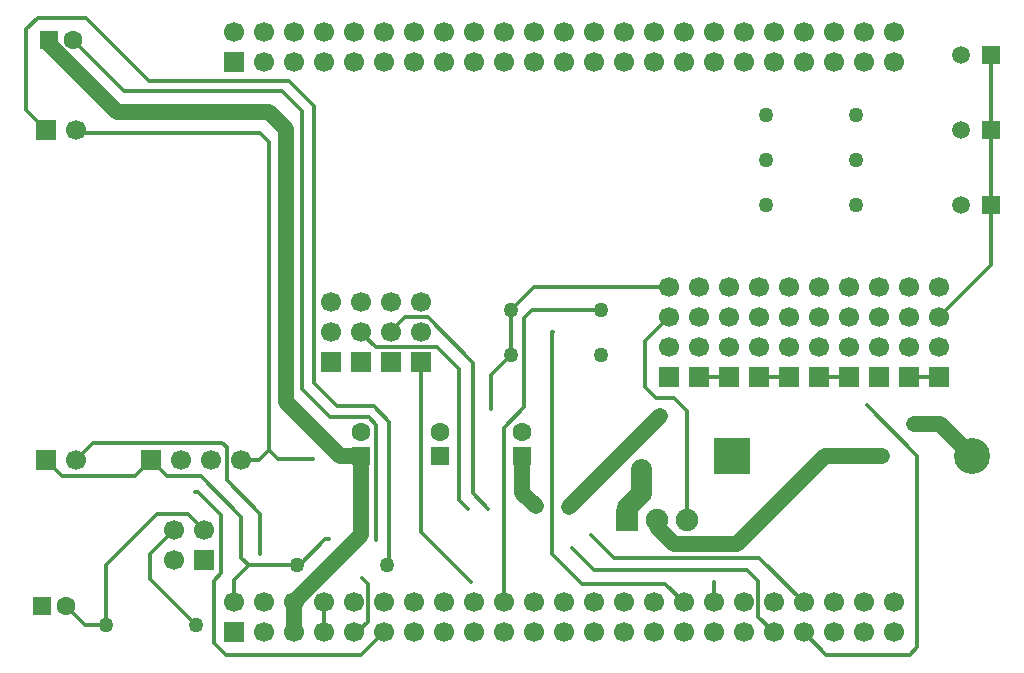
<source format=gbr>
G04 DipTrace 3.3.1.3*
G04 Bottom.gbr*
%MOMM*%
G04 #@! TF.FileFunction,Copper,L2,Bot*
G04 #@! TF.Part,Single*
G04 #@! TA.AperFunction,Conductor*
%ADD14C,0.33*%
%ADD15C,1.8*%
%ADD17C,1.37*%
G04 #@! TA.AperFunction,ComponentPad*
%ADD23C,1.27*%
%ADD24C,1.27*%
%ADD25R,1.6X1.6*%
%ADD26C,1.6*%
%ADD27C,3.048*%
%ADD28R,3.048X3.048*%
%ADD29C,1.5*%
%ADD30R,1.5X1.5*%
%ADD31R,1.7X1.7*%
%ADD32C,1.7*%
%ADD33R,1.9X1.9*%
%ADD34C,1.9*%
%FSLAX35Y35*%
G04*
G71*
G90*
G75*
G01*
G04 Bottom*
%LPD*%
X8329200Y3239550D2*
D14*
X8757000Y2811750D1*
Y1191700D1*
X8691000Y1125700D1*
X7986300D1*
X7794500Y1317500D1*
X4302000Y3857500D2*
Y3864840D1*
X4422810Y3985650D1*
X4610843D1*
X4995060Y3601433D1*
Y2493833D1*
X5123883Y2365010D1*
X5992743Y2143143D2*
X6185517Y1950370D1*
X7415630D1*
X7794500Y1571500D1*
X4048000Y3857500D2*
Y3854507D1*
X4170703Y3731803D1*
X4693437D1*
X4875097Y3550143D1*
Y2442160D1*
X4951717Y2365540D1*
X5833390Y2030980D2*
X6019850Y1844520D1*
X7315833D1*
X7411837Y1748517D1*
Y1446163D1*
X7540500Y1317500D1*
X6810250Y2270000D2*
Y3189087D1*
X6699542Y3299795D1*
X6545832D1*
X6451000Y3394626D1*
Y3784000D1*
X6651500Y3984500D1*
X4177510Y2102300D2*
Y3073250D1*
X4111510Y3139250D1*
X3787750D1*
X3548237Y3378763D1*
Y5730598D1*
X3377762Y5901074D1*
X2040926D1*
X1608000Y6334000D1*
X1381000Y2778000D2*
X1515500Y2643500D1*
X2135500D1*
X2270000Y2778000D1*
X9382000Y6207000D2*
Y5572000D1*
X2270000Y2778000D2*
X2404500Y2643500D1*
X2688547D1*
X3034500Y2297547D1*
Y1949190D1*
X3094690Y1889000D1*
X3508250D1*
X3529107D1*
X3744657Y2104550D1*
X3778190D1*
X3094690Y1889000D2*
X2968500Y1762810D1*
Y1571500D1*
X9382000Y4937000D2*
Y4429000D1*
X8937500Y3984500D1*
X9382000Y5572000D2*
Y4937000D1*
X4556000Y3603500D2*
Y2164360D1*
X4980060Y1740300D1*
X7032500D2*
Y1571500D1*
X6080000Y4048000D2*
X5497000D1*
X5431000Y3982000D1*
Y3227500D1*
X5254500Y3051000D1*
Y1571500D1*
X7667500Y3476500D2*
X7413500D1*
X7159500D2*
X6905500D1*
X8683500D2*
Y3480467D1*
X8937500D1*
Y3476500D1*
X8175500D2*
X7921500D1*
X3643767Y2781723D2*
X3346977D1*
X3266570Y2862130D1*
Y5468765D1*
X3189771Y5545564D1*
X1635000D1*
Y5572000D1*
X6651500Y4238500D2*
X5508500D1*
X5318000Y4048000D1*
X3730500Y1571500D2*
Y1317500D1*
X3032000Y2778000D2*
X3182440D1*
X3266570Y2862130D1*
X5318000Y3667000D2*
X5150133Y3499133D1*
Y3204393D1*
X5318000Y4048000D2*
Y3667000D1*
X3984500Y1317500D2*
X4016950D1*
X4105643Y1406193D1*
Y1723880D1*
X4055077Y1774447D1*
X3191777Y1981543D2*
Y2322850D1*
X2909300Y2605327D1*
Y2886020D1*
X2873873Y2921447D1*
X1778447D1*
X1635000Y2778000D1*
X4270250Y1889000D2*
X4285800Y1904550D1*
Y3098490D1*
X4154173Y3230117D1*
X3841970D1*
X3646170Y3425917D1*
Y5774124D1*
X3435544Y5984750D1*
X2253113D1*
X1715620Y6522243D1*
X1312480D1*
X1213383Y6423147D1*
Y5739617D1*
X1381000Y5572000D1*
X2639370Y2508197D2*
X2664570D1*
X2864937Y2307830D1*
Y1819653D1*
X2800297Y1755013D1*
Y1225403D1*
X2900000Y1125700D1*
X4046700D1*
X4238500Y1317500D1*
X1549250Y1539750D2*
X1708000Y1381000D1*
X1889000D1*
Y1883807D1*
X2320793Y2315600D1*
X2580000D1*
X2714500Y2181100D1*
X2460500D2*
X2260000Y1980600D1*
Y1772000D1*
X2651000Y1381000D1*
X6419653Y2702423D2*
D15*
Y2497643D1*
X6302250Y2380240D1*
Y2270000D1*
X6556250D2*
D17*
Y2205853D1*
X6693917Y2068187D1*
X7228047D1*
X7974740Y2814880D1*
X8457093D1*
X8726950Y3084737D2*
X8948263D1*
X9223250Y2809750D1*
X3476500Y1317500D2*
Y1571500D1*
X4048000Y2809750D2*
X3868403D1*
X3409350Y3268803D1*
Y5581850D1*
X3268109Y5723091D1*
X1983256D1*
X1408000Y6298347D1*
Y6334000D1*
X3476500Y1571500D2*
X4048000Y2143000D1*
Y2809750D1*
X5413250D2*
Y2501190D1*
X5525957Y2388483D1*
X5804783Y2377583D2*
X6574293Y3147093D1*
X5668253Y3862567D2*
D14*
X5665393D1*
Y1980770D1*
X5915920Y1730243D1*
X6619757D1*
X6778500Y1571500D1*
D23*
X6080000Y3667000D3*
D24*
X5318000D3*
D23*
X6080000Y4048000D3*
D24*
X5318000D3*
D23*
X4270250Y1889000D3*
D24*
X3508250D3*
D25*
X1349250Y1539750D3*
D26*
X1549250D3*
D27*
X9223250Y2809750D3*
D28*
X7191250D3*
D29*
X9128000Y6207000D3*
D30*
X9382000D3*
D31*
X1381000Y5572000D3*
D32*
X1635000D3*
D31*
X2270000Y2778000D3*
D32*
X2524000D3*
X2778000D3*
X3032000D3*
D31*
X8175500Y3476500D3*
D32*
Y3730500D3*
Y3984500D3*
Y4238500D3*
D31*
X7921500Y3476500D3*
D32*
Y3730500D3*
Y3984500D3*
Y4238500D3*
D31*
X7667500Y3476500D3*
D32*
Y3730500D3*
Y3984500D3*
Y4238500D3*
D31*
X7413500Y3476500D3*
D32*
Y3730500D3*
Y3984500D3*
Y4238500D3*
D31*
X7159500Y3476500D3*
D32*
Y3730500D3*
Y3984500D3*
Y4238500D3*
D31*
X6905500Y3476500D3*
D32*
Y3730500D3*
Y3984500D3*
Y4238500D3*
D31*
X6651500Y3476500D3*
D32*
Y3730500D3*
Y3984500D3*
Y4238500D3*
D31*
X8429500Y3476500D3*
D32*
Y3730500D3*
Y3984500D3*
Y4238500D3*
D31*
X8683500Y3476500D3*
D32*
Y3730500D3*
Y3984500D3*
Y4238500D3*
D31*
X8937500Y3476500D3*
D32*
Y3730500D3*
Y3984500D3*
Y4238500D3*
D31*
X2714500Y1927100D3*
D32*
X2460500D3*
X2714500Y2181100D3*
X2460500D3*
D31*
X2968500Y1317500D3*
D32*
Y1571500D3*
X3222500Y1317500D3*
Y1571500D3*
X3476500Y1317500D3*
Y1571500D3*
X3730500Y1317500D3*
Y1571500D3*
X3984500Y1317500D3*
Y1571500D3*
X4238500Y1317500D3*
Y1571500D3*
X4492500Y1317500D3*
Y1571500D3*
X4746500Y1317500D3*
Y1571500D3*
X5000500Y1317500D3*
Y1571500D3*
X5254500Y1317500D3*
Y1571500D3*
X5508500Y1317500D3*
Y1571500D3*
X5762500Y1317500D3*
Y1571500D3*
X6016500Y1317500D3*
Y1571500D3*
X6270500Y1317500D3*
Y1571500D3*
X6524500Y1317500D3*
Y1571500D3*
X6778500Y1317500D3*
Y1571500D3*
X7032500Y1317500D3*
Y1571500D3*
X7286500Y1317500D3*
Y1571500D3*
X7540500Y1317500D3*
Y1571500D3*
X7794500Y1317500D3*
Y1571500D3*
X8048500Y1317500D3*
Y1571500D3*
X8302500Y1317500D3*
Y1571500D3*
X8556500Y1317500D3*
Y1571500D3*
D31*
X3794000Y3603500D3*
D32*
Y3857500D3*
Y4111500D3*
D31*
X4048000Y3603500D3*
D32*
Y3857500D3*
Y4111500D3*
D31*
X4302000Y3603500D3*
D32*
Y3857500D3*
Y4111500D3*
D31*
X4556000Y3603500D3*
D32*
Y3857500D3*
Y4111500D3*
D29*
X9128000Y4937000D3*
D30*
X9382000D3*
D31*
X1381000Y2778000D3*
D32*
X1635000D3*
D25*
X1408000Y6334000D3*
D26*
X1608000D3*
D25*
X4048000Y2809750D3*
D26*
Y3009750D3*
D25*
X4714750Y2809750D3*
D26*
Y3009750D3*
D25*
X5413250Y2809750D3*
D26*
Y3009750D3*
D33*
X6302250Y2270000D3*
D34*
X6556250D3*
X6810250D3*
D23*
X8239000Y4937000D3*
D24*
X7477000D3*
D23*
X8239000Y5318000D3*
D24*
X7477000D3*
D23*
X8239000Y5699000D3*
D24*
X7477000D3*
D23*
X1889000Y1381000D3*
D24*
X2651000D3*
D31*
X2968500Y6143500D3*
D32*
Y6397500D3*
X3222500Y6143500D3*
Y6397500D3*
X3476500Y6143500D3*
Y6397500D3*
X3730500Y6143500D3*
Y6397500D3*
X3984500Y6143500D3*
Y6397500D3*
X4238500Y6143500D3*
Y6397500D3*
X4492500Y6143500D3*
Y6397500D3*
X4746500Y6143500D3*
Y6397500D3*
X5000500Y6143500D3*
Y6397500D3*
X5254500Y6143500D3*
Y6397500D3*
X5508500Y6143500D3*
Y6397500D3*
X5762500Y6143500D3*
Y6397500D3*
X6016500Y6143500D3*
Y6397500D3*
X6270500Y6143500D3*
Y6397500D3*
X6524500Y6143500D3*
Y6397500D3*
X6778500Y6143500D3*
Y6397500D3*
X7032500Y6143500D3*
Y6397500D3*
X7286500Y6143500D3*
Y6397500D3*
X7540500Y6143500D3*
Y6397500D3*
X7794500Y6143500D3*
Y6397500D3*
X8048500Y6143500D3*
Y6397500D3*
X8302500Y6143500D3*
Y6397500D3*
X8556500Y6143500D3*
Y6397500D3*
D29*
X9128000Y5572000D3*
D30*
X9382000D3*
M02*

</source>
